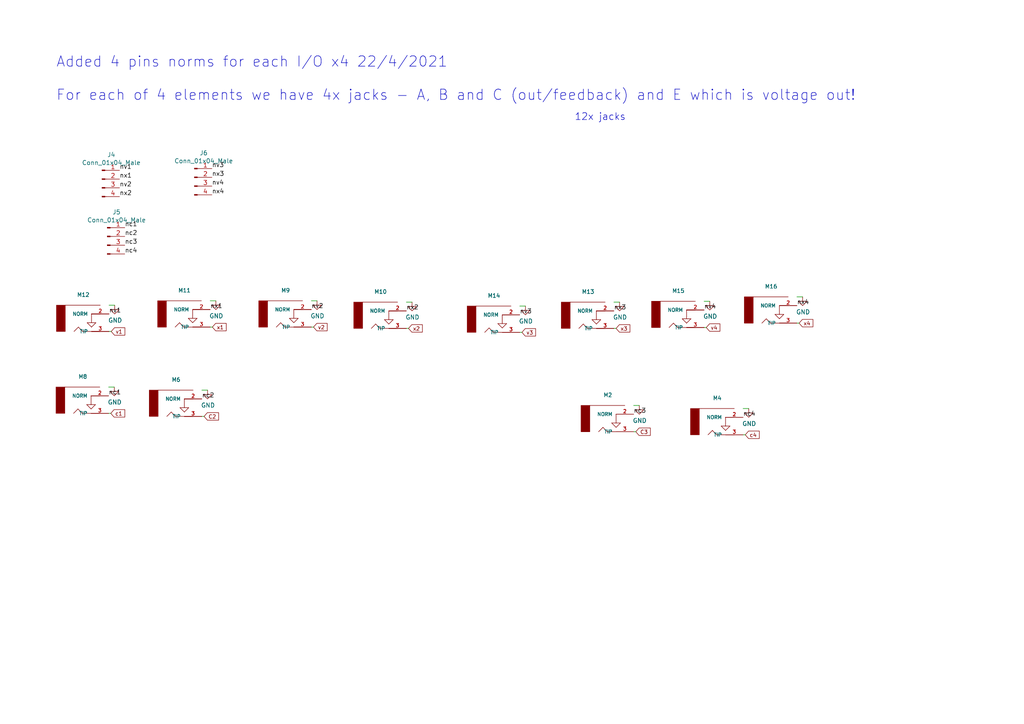
<source format=kicad_sch>
(kicad_sch (version 20211123) (generator eeschema)
  (paper "A4")
  (lib_symbols
    (symbol "Connector:Conn_01x04_Male" (pin_names (offset 1.016) hide)
      (property "Reference" "J" (at 0 5.08 0))
      (property "Value" "Conn_01x04_Male" (at 0 -7.62 0))
      (symbol "Conn_01x04_Male_1_1"
        (polyline (pts (xy 1.27 -5.08) (xy 0.8636 -5.08)) (stroke (width 0.1524)))
        (polyline (pts (xy 1.27 -2.54) (xy 0.8636 -2.54)) (stroke (width 0.1524)))
        (polyline (pts (xy 1.27 0) (xy 0.8636 0)) (stroke (width 0.1524)))
        (polyline (pts (xy 1.27 2.54) (xy 0.8636 2.54)) (stroke (width 0.1524)))
        (rectangle (start 0.8636 -4.953) (end 0 -5.207) (stroke (width 0.1524)) (fill (type outline)))
        (rectangle (start 0.8636 -2.413) (end 0 -2.667) (stroke (width 0.1524)) (fill (type outline)))
        (rectangle (start 0.8636 0.127) (end 0 -0.127) (stroke (width 0.1524)) (fill (type outline)))
        (rectangle (start 0.8636 2.667) (end 0 2.413) (stroke (width 0.1524)) (fill (type outline)))
        (pin passive line (at 5.08 2.54 180) (length 3.81) (name "Pin_1") (number "1"))
        (pin passive line (at 5.08 0 180) (length 3.81) (name "Pin_2") (number "2"))
        (pin passive line (at 5.08 -2.54 180) (length 3.81) (name "Pin_3") (number "3"))
        (pin passive line (at 5.08 -5.08 180) (length 3.81) (name "Pin_4") (number "4"))
      )
    )
    (symbol "power:GND" (power) (pin_names (offset 0))
      (property "Value" "GND" (at 0 -3.81 0))
      (symbol "GND_0_1"
        (polyline (pts (xy 0 0) (xy 0 -1.27) (xy 1.27 -1.27) (xy 0 -2.54) (xy -1.27 -1.27) (xy 0 -1.27)))
      )
      (symbol "GND_1_1"
        (pin power_in line (at 0 0 270) (length 0) hide (name "GND") (number "1"))
      )
    )
    (symbol "touch-rescue:AUDIO-JACKERTHENVAR-PJ398-allcolours-rescue" (pin_names (offset 1.016))
      (property "Reference" "M" (at -7.493 4.445 0))
      (symbol "AUDIO-JACKERTHENVAR-PJ398-allcolours-rescue_1_0"
        (polyline (pts (xy -5.08 2.54) (xy 5.08 2.54)))
        (polyline (pts (xy -2.54 -5.08) (xy -1.27 -3.81)))
        (polyline (pts (xy -1.27 -3.81) (xy 0 -5.08)))
        (polyline (pts (xy 0 -5.08) (xy 5.08 -5.08)))
        (polyline (pts (xy 1.27 -2.54) (xy 2.54 -2.54)))
        (polyline (pts (xy 2.54 -3.81) (xy 1.27 -2.54)))
        (polyline (pts (xy 2.54 -2.54) (xy 2.54 0)))
        (polyline (pts (xy 2.54 -2.54) (xy 3.81 -2.54)))
        (polyline (pts (xy 3.81 -2.54) (xy 2.54 -3.81)))
        (polyline (pts (xy 5.08 0) (xy 2.54 0)))
      )
      (symbol "AUDIO-JACKERTHENVAR-PJ398-allcolours-rescue_1_1"
        (rectangle (start -7.62 -5.08) (end -5.08 2.54) (fill (type outline)))
        (pin bidirectional line (at 7.62 2.54 180) (length 5.08) hide (name "RING") (number "1"))
        (pin bidirectional line (at 7.62 0 180) (length 5.08) (name "NORM") (number "2"))
        (pin bidirectional line (at 7.62 -5.08 180) (length 5.08) (name "TIP") (number "3"))
      )
    )
  )
  (wire (pts (xy 31.496 112.268) (xy 33.147 112.268)))
  (wire (pts (xy 58.547 113.157) (xy 60.198 113.157)))
  (wire (pts (xy 117.856 95.25) (xy 118.491 95.25)))
  (wire (pts (xy 183.769 117.602) (xy 185.42 117.602)))
  (wire (pts (xy 204.216 87.376) (xy 205.867 87.376)))
  (wire (pts (xy 150.749 88.773) (xy 152.4 88.773)))
  (wire (pts (xy 215.519 126.111) (xy 216.154 126.111)))
  (wire (pts (xy 215.519 118.491) (xy 217.17 118.491)))
  (wire (pts (xy 150.749 96.393) (xy 151.384 96.393)))
  (wire (pts (xy 117.856 87.63) (xy 119.507 87.63)))
  (wire (pts (xy 60.96 94.869) (xy 61.595 94.869)))
  (wire (pts (xy 178.054 95.25) (xy 178.689 95.25)))
  (wire (pts (xy 231.14 86.106) (xy 232.791 86.106)))
  (wire (pts (xy 183.769 125.222) (xy 184.404 125.222)))
  (wire (pts (xy 204.216 94.996) (xy 204.851 94.996)))
  (wire (pts (xy 31.623 96.139) (xy 32.258 96.139)))
  (wire (pts (xy 60.96 87.249) (xy 62.611 87.249)))
  (wire (pts (xy 178.054 87.63) (xy 179.705 87.63)))
  (wire (pts (xy 90.297 87.249) (xy 91.948 87.249)))
  (wire (pts (xy 58.547 120.777) (xy 59.182 120.777)))
  (wire (pts (xy 90.297 94.869) (xy 90.932 94.869)))
  (wire (pts (xy 231.14 93.726) (xy 231.775 93.726)))
  (wire (pts (xy 31.496 119.888) (xy 32.131 119.888)))
  (wire (pts (xy 31.623 88.519) (xy 33.274 88.519)))
  (text "12x jacks" (at 166.624 35.179 0) (effects (font (size 2.0066 2.0066)) (justify left bottom)))
  (text "Added 4 pins norms for each I/O x4 22/4/2021\n\nFor each of 4 elements we have 4x jacks - A, B and C (out/feedback) and E which is voltage out!" (at 16.256 29.464 0) (effects (font (size 2.9972 2.9972)) (justify left bottom)))
  (label "nv2" (at 34.671 54.483 0))
  (label "nx1" (at 34.671 51.943 0))
  (label "nc4" (at 215.519 121.031 0))
  (label "nc1" (at 36.195 66.04 0))
  (label "nv3" (at 61.468 48.895 0))
  (label "nx4" (at 61.468 56.515 0))
  (label "nv1" (at 31.623 91.059 0))
  (label "nx2" (at 34.671 57.023 0))
  (label "nx3" (at 178.054 90.17 0))
  (label "nv4" (at 61.468 53.975 0))
  (label "nc1" (at 31.496 114.808 0))
  (label "nc2" (at 58.547 115.697 0))
  (label "nx3" (at 61.468 51.435 0))
  (label "nv1" (at 34.671 49.403 0))
  (label "nc3" (at 36.195 71.12 0))
  (label "nv2" (at 90.297 89.789 0))
  (label "nx4" (at 231.14 88.646 0))
  (label "nc2" (at 36.195 68.58 0))
  (label "nv3" (at 150.749 91.313 0))
  (label "nx2" (at 117.856 90.17 0))
  (label "nv4" (at 204.216 89.916 0))
  (label "nc3" (at 183.769 120.142 0))
  (label "nx1" (at 60.96 89.789 0))
  (label "nc4" (at 36.195 73.66 0))
  (global_label "x1" (shape input) (at 61.595 94.869 0) (effects (font (size 1.0922 1.0922))) (property "Intersheet References" "${INTERSHEET_REFS}" (effects hide)))
  (global_label "v3" (shape input) (at 151.384 96.393 0) (effects (font (size 1.0922 1.0922))) (property "Intersheet References" "${INTERSHEET_REFS}" (effects hide)))
  (global_label "v1" (shape input) (at 32.258 96.139 0) (effects (font (size 1.0922 1.0922))) (property "Intersheet References" "${INTERSHEET_REFS}" (effects hide)))
  (global_label "c1" (shape input) (at 32.131 119.888 0) (effects (font (size 1.0922 1.0922))) (property "Intersheet References" "${INTERSHEET_REFS}" (effects hide)))
  (global_label "x3" (shape input) (at 178.689 95.25 0) (effects (font (size 1.0922 1.0922))) (property "Intersheet References" "${INTERSHEET_REFS}" (effects hide)))
  (global_label "C2" (shape input) (at 59.182 120.777 0) (effects (font (size 1.0922 1.0922))) (property "Intersheet References" "${INTERSHEET_REFS}" (effects hide)))
  (global_label "c4" (shape input) (at 216.154 126.111 0) (effects (font (size 1.0922 1.0922))) (property "Intersheet References" "${INTERSHEET_REFS}" (effects hide)))
  (global_label "v2" (shape input) (at 90.932 94.869 0) (effects (font (size 1.0922 1.0922))) (property "Intersheet References" "${INTERSHEET_REFS}" (effects hide)))
  (global_label "x2" (shape input) (at 118.491 95.25 0) (effects (font (size 1.0922 1.0922))) (property "Intersheet References" "${INTERSHEET_REFS}" (effects hide)))
  (global_label "v4" (shape input) (at 204.851 94.996 0) (effects (font (size 1.0922 1.0922))) (property "Intersheet References" "${INTERSHEET_REFS}" (effects hide)))
  (global_label "x4" (shape input) (at 231.775 93.726 0) (effects (font (size 1.0922 1.0922))) (property "Intersheet References" "${INTERSHEET_REFS}" (effects hide)))
  (global_label "C3" (shape input) (at 184.404 125.222 0) (effects (font (size 1.0922 1.0922))) (property "Intersheet References" "${INTERSHEET_REFS}" (effects hide)))
  (symbol (lib_id "touch-rescue:AUDIO-JACKERTHENVAR-PJ398-allcolours-rescue") (at 207.899 121.031 0) (unit 1)
    (property "Reference" "M4" (at 208.0514 115.4684 0) (effects (font (size 1.143 1.143))))
    (property "Value" "AUDIO-JACKERTHENVAR-PJ398" (effects hide))
    (property "Footprint" "new_kicad:Jack_3.5mm_QingPu_WQP-PJ398SM_Vertical_CircularHoles" (effects hide))
  )
  (symbol (lib_id "power:GND") (at 217.17 118.491 0) (unit 1)
    (property "Reference" "#PWR081" (effects hide))
    (property "Value" "GND" (at 217.297 122.8852 0))
  )
  (symbol (lib_id "touch-rescue:AUDIO-JACKERTHENVAR-PJ398-allcolours-rescue") (at 23.876 114.808 0) (unit 1)
    (property "Reference" "M8" (at 24.0284 109.2454 0) (effects (font (size 1.143 1.143))))
    (property "Value" "AUDIO-JACKERTHENVAR-PJ398" (effects hide))
    (property "Footprint" "new_kicad:Jack_3.5mm_QingPu_WQP-PJ398SM_Vertical_CircularHoles" (effects hide))
  )
  (symbol (lib_id "power:GND") (at 33.147 112.268 0) (unit 1)
    (property "Reference" "#PWR095" (effects hide))
    (property "Value" "GND" (at 33.274 116.6622 0))
  )
  (symbol (lib_id "touch-rescue:AUDIO-JACKERTHENVAR-PJ398-allcolours-rescue") (at 24.003 91.059 0) (unit 1)
    (property "Reference" "M12" (at 24.1554 85.4964 0) (effects (font (size 1.143 1.143))))
    (property "Value" "AUDIO-JACKERTHENVAR-PJ398" (effects hide))
    (property "Footprint" "new_kicad:Jack_3.5mm_QingPu_WQP-PJ398SM_Vertical_CircularHoles" (effects hide))
  )
  (symbol (lib_id "power:GND") (at 33.274 88.519 0) (unit 1)
    (property "Reference" "#PWR099" (effects hide))
    (property "Value" "GND" (at 33.401 92.9132 0))
  )
  (symbol (lib_id "touch-rescue:AUDIO-JACKERTHENVAR-PJ398-allcolours-rescue") (at 223.52 88.646 0) (unit 1)
    (property "Reference" "M16" (at 223.6724 83.0834 0) (effects (font (size 1.143 1.143))))
    (property "Value" "AUDIO-JACKERTHENVAR-PJ398" (effects hide))
    (property "Footprint" "new_kicad:Jack_3.5mm_QingPu_WQP-PJ398SM_Vertical_CircularHoles" (effects hide))
  )
  (symbol (lib_id "power:GND") (at 232.791 86.106 0) (unit 1)
    (property "Reference" "#PWR0114" (effects hide))
    (property "Value" "GND" (at 232.918 90.5002 0))
  )
  (symbol (lib_id "touch-rescue:AUDIO-JACKERTHENVAR-PJ398-allcolours-rescue") (at 53.34 89.789 0) (unit 1)
    (property "Reference" "M11" (at 53.4924 84.2264 0) (effects (font (size 1.143 1.143))))
    (property "Value" "AUDIO-JACKERTHENVAR-PJ398" (effects hide))
    (property "Footprint" "new_kicad:Jack_3.5mm_QingPu_WQP-PJ398SM_Vertical_CircularHoles" (effects hide))
  )
  (symbol (lib_id "power:GND") (at 62.611 87.249 0) (unit 1)
    (property "Reference" "#PWR098" (effects hide))
    (property "Value" "GND" (at 62.738 91.6432 0))
  )
  (symbol (lib_id "touch-rescue:AUDIO-JACKERTHENVAR-PJ398-allcolours-rescue") (at 196.596 89.916 0) (unit 1)
    (property "Reference" "M15" (at 196.7484 84.3534 0) (effects (font (size 1.143 1.143))))
    (property "Value" "AUDIO-JACKERTHENVAR-PJ398" (effects hide))
    (property "Footprint" "new_kicad:Jack_3.5mm_QingPu_WQP-PJ398SM_Vertical_CircularHoles" (effects hide))
  )
  (symbol (lib_id "power:GND") (at 205.867 87.376 0) (unit 1)
    (property "Reference" "#PWR0113" (effects hide))
    (property "Value" "GND" (at 205.994 91.7702 0))
  )
  (symbol (lib_id "touch-rescue:AUDIO-JACKERTHENVAR-PJ398-allcolours-rescue") (at 82.677 89.789 0) (unit 1)
    (property "Reference" "M9" (at 82.8294 84.2264 0) (effects (font (size 1.143 1.143))))
    (property "Value" "AUDIO-JACKERTHENVAR-PJ398" (effects hide))
    (property "Footprint" "new_kicad:Jack_3.5mm_QingPu_WQP-PJ398SM_Vertical_CircularHoles" (effects hide))
  )
  (symbol (lib_id "power:GND") (at 91.948 87.249 0) (unit 1)
    (property "Reference" "#PWR096" (effects hide))
    (property "Value" "GND" (at 92.075 91.6432 0))
  )
  (symbol (lib_id "touch-rescue:AUDIO-JACKERTHENVAR-PJ398-allcolours-rescue") (at 170.434 90.17 0) (unit 1)
    (property "Reference" "M13" (at 170.5864 84.6074 0) (effects (font (size 1.143 1.143))))
    (property "Value" "AUDIO-JACKERTHENVAR-PJ398" (effects hide))
    (property "Footprint" "new_kicad:Jack_3.5mm_QingPu_WQP-PJ398SM_Vertical_CircularHoles" (effects hide))
  )
  (symbol (lib_id "power:GND") (at 179.705 87.63 0) (unit 1)
    (property "Reference" "#PWR0100" (effects hide))
    (property "Value" "GND" (at 179.832 92.0242 0))
  )
  (symbol (lib_id "touch-rescue:AUDIO-JACKERTHENVAR-PJ398-allcolours-rescue") (at 176.149 120.142 0) (unit 1)
    (property "Reference" "M2" (at 176.3014 114.5794 0) (effects (font (size 1.143 1.143))))
    (property "Value" "AUDIO-JACKERTHENVAR-PJ398" (effects hide))
    (property "Footprint" "new_kicad:Jack_3.5mm_QingPu_WQP-PJ398SM_Vertical_CircularHoles" (effects hide))
  )
  (symbol (lib_id "power:GND") (at 185.42 117.602 0) (unit 1)
    (property "Reference" "#PWR079" (effects hide))
    (property "Value" "GND" (at 185.547 121.9962 0))
  )
  (symbol (lib_id "touch-rescue:AUDIO-JACKERTHENVAR-PJ398-allcolours-rescue") (at 50.927 115.697 0) (unit 1)
    (property "Reference" "M6" (at 51.0794 110.1344 0) (effects (font (size 1.143 1.143))))
    (property "Value" "AUDIO-JACKERTHENVAR-PJ398" (effects hide))
    (property "Footprint" "new_kicad:Jack_3.5mm_QingPu_WQP-PJ398SM_Vertical_CircularHoles" (effects hide))
  )
  (symbol (lib_id "power:GND") (at 60.198 113.157 0) (unit 1)
    (property "Reference" "#PWR091" (effects hide))
    (property "Value" "GND" (at 60.325 117.5512 0))
  )
  (symbol (lib_id "touch-rescue:AUDIO-JACKERTHENVAR-PJ398-allcolours-rescue") (at 110.236 90.17 0) (unit 1)
    (property "Reference" "M10" (at 110.3884 84.6074 0) (effects (font (size 1.143 1.143))))
    (property "Value" "AUDIO-JACKERTHENVAR-PJ398" (effects hide))
    (property "Footprint" "new_kicad:Jack_3.5mm_QingPu_WQP-PJ398SM_Vertical_CircularHoles" (effects hide))
  )
  (symbol (lib_id "power:GND") (at 119.507 87.63 0) (unit 1)
    (property "Reference" "#PWR097" (effects hide))
    (property "Value" "GND" (at 119.634 92.0242 0))
  )
  (symbol (lib_id "touch-rescue:AUDIO-JACKERTHENVAR-PJ398-allcolours-rescue") (at 143.129 91.313 0) (unit 1)
    (property "Reference" "M14" (at 143.2814 85.7504 0) (effects (font (size 1.143 1.143))))
    (property "Value" "AUDIO-JACKERTHENVAR-PJ398" (effects hide))
    (property "Footprint" "new_kicad:Jack_3.5mm_QingPu_WQP-PJ398SM_Vertical_CircularHoles" (effects hide))
  )
  (symbol (lib_id "power:GND") (at 152.4 88.773 0) (unit 1)
    (property "Reference" "#PWR0112" (effects hide))
    (property "Value" "GND" (at 152.527 93.1672 0))
  )
  (symbol (lib_id "Connector:Conn_01x04_Male") (at 29.591 51.943 0) (unit 1)
    (property "Reference" "J4" (at 32.2834 44.8818 0))
    (property "Value" "Conn_01x04_Male" (at 32.2834 47.1932 0))
    (property "Footprint" "Pin_Headers:Pin_Header_Straight_1x04_Pitch2.54mm" (effects hide))
  )
  (symbol (lib_id "Connector:Conn_01x04_Male") (at 56.388 51.435 0) (unit 1)
    (property "Reference" "J6" (at 59.0804 44.3738 0))
    (property "Value" "Conn_01x04_Male" (at 59.0804 46.6852 0))
    (property "Footprint" "Pin_Headers:Pin_Header_Straight_1x04_Pitch2.54mm" (effects hide))
  )
  (symbol (lib_id "Connector:Conn_01x04_Male") (at 31.115 68.58 0) (unit 1)
    (property "Reference" "J5" (at 33.8074 61.5188 0))
    (property "Value" "Conn_01x04_Male" (at 33.8074 63.8302 0))
    (property "Footprint" "Pin_Headers:Pin_Header_Straight_1x04_Pitch2.54mm" (effects hide))
  )
)
</source>
